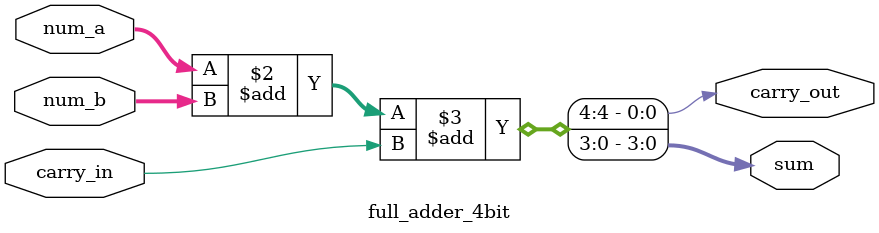
<source format=v>
module full_adder_4bit (
    input wire [3:0] num_a,
    input wire [3:0] num_b,
    input wire carry_in,

    output reg [3:0] sum,
    output reg carry_out
);

    always @(*) begin
        {carry_out, sum} = num_a + num_b + carry_in;
    end

endmodule
</source>
